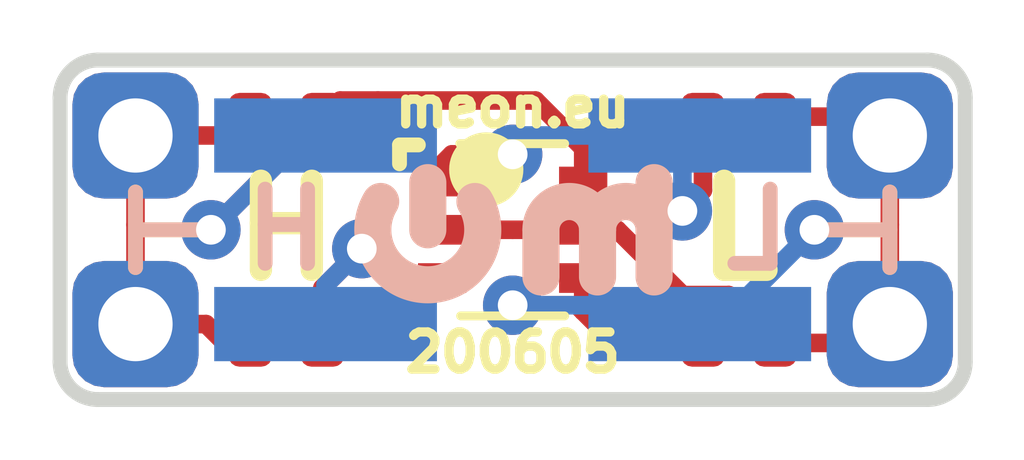
<source format=kicad_pcb>
(kicad_pcb (version 20171130) (host pcbnew 5.0.2+dfsg1-1)

  (general
    (thickness 1.6)
    (drawings 24)
    (tracks 64)
    (zones 0)
    (modules 9)
    (nets 7)
  )

  (page A4)
  (layers
    (0 F.Cu signal)
    (31 B.Cu signal)
    (32 B.Adhes user)
    (33 F.Adhes user)
    (34 B.Paste user)
    (35 F.Paste user)
    (36 B.SilkS user)
    (37 F.SilkS user)
    (38 B.Mask user)
    (39 F.Mask user)
    (40 Dwgs.User user)
    (41 Cmts.User user)
    (42 Eco1.User user)
    (43 Eco2.User user)
    (44 Edge.Cuts user)
    (45 Margin user)
    (46 B.CrtYd user)
    (47 F.CrtYd user)
    (48 B.Fab user)
    (49 F.Fab user)
  )

  (setup
    (last_trace_width 0.25)
    (trace_clearance 0.2)
    (zone_clearance 0.508)
    (zone_45_only no)
    (trace_min 0.2)
    (segment_width 0.2)
    (edge_width 0.2)
    (via_size 0.8)
    (via_drill 0.4)
    (via_min_size 0.4)
    (via_min_drill 0.3)
    (uvia_size 0.3)
    (uvia_drill 0.1)
    (uvias_allowed no)
    (uvia_min_size 0.2)
    (uvia_min_drill 0.1)
    (pcb_text_width 0.3)
    (pcb_text_size 1.5 1.5)
    (mod_edge_width 0.15)
    (mod_text_size 1 1)
    (mod_text_width 0.15)
    (pad_size 1.7 1.7)
    (pad_drill 1)
    (pad_to_mask_clearance 0.051)
    (solder_mask_min_width 0.25)
    (aux_axis_origin 0 0)
    (visible_elements FFFFFF7F)
    (pcbplotparams
      (layerselection 0x010fc_ffffffff)
      (usegerberextensions false)
      (usegerberattributes true)
      (usegerberadvancedattributes true)
      (creategerberjobfile false)
      (excludeedgelayer true)
      (linewidth 0.100000)
      (plotframeref false)
      (viasonmask false)
      (mode 1)
      (useauxorigin false)
      (hpglpennumber 1)
      (hpglpenspeed 20)
      (hpglpendiameter 15.000000)
      (psnegative false)
      (psa4output false)
      (plotreference true)
      (plotvalue true)
      (plotinvisibletext false)
      (padsonsilk false)
      (subtractmaskfromsilk false)
      (outputformat 1)
      (mirror false)
      (drillshape 0)
      (scaleselection 1)
      (outputdirectory "gerbers/"))
  )

  (net 0 "")
  (net 1 D1_H)
  (net 2 D2_H)
  (net 3 D2_L)
  (net 4 D1_L)
  (net 5 VIO_L)
  (net 6 VIO_H)

  (net_class Default "This is the default net class."
    (clearance 0.2)
    (trace_width 0.25)
    (via_dia 0.8)
    (via_drill 0.4)
    (uvia_dia 0.3)
    (uvia_drill 0.1)
    (add_net D1_H)
    (add_net D1_L)
    (add_net D2_H)
    (add_net D2_L)
    (add_net VIO_H)
    (add_net VIO_L)
  )

  (module Connector_PinSocket_2.54mm:PinSocket_2x02_P2.54mm_Vertical_SMD_no_lines (layer B.Cu) (tedit 5EBBA708) (tstamp 5EC8535E)
    (at 125.73 67.31 180)
    (descr "surface-mounted straight socket strip, 2x02, 2.54mm pitch, double cols (from Kicad 4.0.7), script generated")
    (tags "Surface mounted socket strip SMD 2x02 2.54mm double row")
    (path /5EBB154E)
    (attr smd)
    (fp_text reference J5 (at 0 4.04 180) (layer B.SilkS) hide
      (effects (font (size 1 1) (thickness 0.15)) (justify mirror))
    )
    (fp_text value pins (at 0 -4.04 180) (layer B.Fab) hide
      (effects (font (size 1 1) (thickness 0.15)) (justify mirror))
    )
    (fp_text user %R (at 0 0 90) (layer B.Fab)
      (effects (font (size 1 1) (thickness 0.15)) (justify mirror))
    )
    (fp_line (start -4.55 -3.05) (end -4.55 3.05) (layer B.CrtYd) (width 0.05))
    (fp_line (start 4.5 -3.05) (end -4.55 -3.05) (layer B.CrtYd) (width 0.05))
    (fp_line (start 4.5 3.05) (end 4.5 -3.05) (layer B.CrtYd) (width 0.05))
    (fp_line (start -4.55 3.05) (end 4.5 3.05) (layer B.CrtYd) (width 0.05))
    (fp_line (start 3.92 -1.59) (end 2.54 -1.59) (layer B.Fab) (width 0.1))
    (fp_line (start 3.92 -0.95) (end 3.92 -1.59) (layer B.Fab) (width 0.1))
    (fp_line (start 2.54 -0.95) (end 3.92 -0.95) (layer B.Fab) (width 0.1))
    (fp_line (start -3.92 -1.59) (end -3.92 -0.95) (layer B.Fab) (width 0.1))
    (fp_line (start -2.54 -1.59) (end -3.92 -1.59) (layer B.Fab) (width 0.1))
    (fp_line (start -3.92 -0.95) (end -2.54 -0.95) (layer B.Fab) (width 0.1))
    (fp_line (start 3.92 0.95) (end 2.54 0.95) (layer B.Fab) (width 0.1))
    (fp_line (start 3.92 1.59) (end 3.92 0.95) (layer B.Fab) (width 0.1))
    (fp_line (start 2.54 1.59) (end 3.92 1.59) (layer B.Fab) (width 0.1))
    (fp_line (start -3.92 0.95) (end -3.92 1.59) (layer B.Fab) (width 0.1))
    (fp_line (start -2.54 0.95) (end -3.92 0.95) (layer B.Fab) (width 0.1))
    (fp_line (start -3.92 1.59) (end -2.54 1.59) (layer B.Fab) (width 0.1))
    (fp_line (start -2.54 -2.54) (end -2.54 2.54) (layer B.Fab) (width 0.1))
    (fp_line (start 2.54 -2.54) (end -2.54 -2.54) (layer B.Fab) (width 0.1))
    (fp_line (start 2.54 1.54) (end 2.54 -2.54) (layer B.Fab) (width 0.1))
    (fp_line (start 1.54 2.54) (end 2.54 1.54) (layer B.Fab) (width 0.1))
    (fp_line (start -2.54 2.54) (end 1.54 2.54) (layer B.Fab) (width 0.1))
    (pad 4 smd rect (at -2.52 -1.27 180) (size 3 1) (layers B.Cu B.Paste B.Mask)
      (net 3 D2_L))
    (pad 3 smd rect (at 2.52 -1.27 180) (size 3 1) (layers B.Cu B.Paste B.Mask)
      (net 2 D2_H))
    (pad 2 smd rect (at -2.52 1.27 180) (size 3 1) (layers B.Cu B.Paste B.Mask)
      (net 4 D1_L))
    (pad 1 smd rect (at 2.52 1.27 180) (size 3 1) (layers B.Cu B.Paste B.Mask)
      (net 1 D1_H))
    (model ${KISYS3DMOD}/Connector_PinSocket_2.54mm.3dshapes/PinSocket_2x02_P2.54mm_Vertical_SMD.wrl
      (at (xyz 0 0 0))
      (scale (xyz 1 1 1))
      (rotate (xyz 0 0 0))
    )
  )

  (module "Resistor_SMD (GitHub):R_0402_1005Metric" (layer F.Cu) (tedit 5EBB0B5D) (tstamp 5EC853C6)
    (at 122.682 65.786)
    (descr "Resistor SMD 0402 (1005 Metric), square (rectangular) end terminal, IPC_7351 nominal, (Body size source: http://www.tortai-tech.com/upload/download/2011102023233369053.pdf), generated with kicad-footprint-generator")
    (tags resistor)
    (path /5EBB0DA9)
    (attr smd)
    (fp_text reference R12 (at 0 -1.17) (layer F.SilkS) hide
      (effects (font (size 1 1) (thickness 0.15)))
    )
    (fp_text value 10k (at 0 1.17) (layer F.Fab) hide
      (effects (font (size 1 1) (thickness 0.15)))
    )
    (fp_text user %R (at 0 0) (layer F.Fab)
      (effects (font (size 0.25 0.25) (thickness 0.04)))
    )
    (fp_line (start 0.93 0.47) (end -0.93 0.47) (layer F.CrtYd) (width 0.05))
    (fp_line (start 0.93 -0.47) (end 0.93 0.47) (layer F.CrtYd) (width 0.05))
    (fp_line (start -0.93 -0.47) (end 0.93 -0.47) (layer F.CrtYd) (width 0.05))
    (fp_line (start -0.93 0.47) (end -0.93 -0.47) (layer F.CrtYd) (width 0.05))
    (fp_line (start 0.5 0.25) (end -0.5 0.25) (layer F.Fab) (width 0.1))
    (fp_line (start 0.5 -0.25) (end 0.5 0.25) (layer F.Fab) (width 0.1))
    (fp_line (start -0.5 -0.25) (end 0.5 -0.25) (layer F.Fab) (width 0.1))
    (fp_line (start -0.5 0.25) (end -0.5 -0.25) (layer F.Fab) (width 0.1))
    (pad 2 smd roundrect (at 0.485 0) (size 0.59 0.64) (layers F.Cu F.Paste F.Mask) (roundrect_rratio 0.25)
      (net 1 D1_H))
    (pad 1 smd roundrect (at -0.485 0) (size 0.59 0.64) (layers F.Cu F.Paste F.Mask) (roundrect_rratio 0.25)
      (net 6 VIO_H))
    (model ${KISYS3DMOD}/Resistor_SMD.3dshapes/R_0402_1005Metric.wrl
      (at (xyz 0 0 0))
      (scale (xyz 1 1 1))
      (rotate (xyz 0 0 0))
    )
  )

  (module Connector_PinHeader_2.54mm:PinHeader_1x02_P2.54mm_Vertical_no_lines (layer F.Cu) (tedit 5EBBA652) (tstamp 5EC8536E)
    (at 130.81 66.04)
    (descr "Through hole straight pin header, 1x02, 2.54mm pitch, single row")
    (tags "Through hole pin header THT 1x02 2.54mm single row")
    (path /5EBB3EFA)
    (fp_text reference J11 (at 0 -2.33) (layer F.SilkS) hide
      (effects (font (size 1 1) (thickness 0.15)))
    )
    (fp_text value low (at 0 4.87) (layer F.Fab) hide
      (effects (font (size 1 1) (thickness 0.15)))
    )
    (fp_text user %R (at 0 1.27 -270) (layer F.Fab) hide
      (effects (font (size 1 1) (thickness 0.15)))
    )
    (fp_line (start 1.8 -1.8) (end -1.8 -1.8) (layer F.CrtYd) (width 0.05))
    (fp_line (start 1.8 4.35) (end 1.8 -1.8) (layer F.CrtYd) (width 0.05))
    (fp_line (start -1.8 4.35) (end 1.8 4.35) (layer F.CrtYd) (width 0.05))
    (fp_line (start -1.8 -1.8) (end -1.8 4.35) (layer F.CrtYd) (width 0.05))
    (fp_line (start -1.27 -0.635) (end -0.635 -1.27) (layer F.Fab) (width 0.1))
    (fp_line (start -1.27 3.81) (end -1.27 -0.635) (layer F.Fab) (width 0.1))
    (fp_line (start 1.27 3.81) (end -1.27 3.81) (layer F.Fab) (width 0.1))
    (fp_line (start 1.27 -1.27) (end 1.27 3.81) (layer F.Fab) (width 0.1))
    (fp_line (start -0.635 -1.27) (end 1.27 -1.27) (layer F.Fab) (width 0.1))
    (pad 2 thru_hole roundrect (at 0 2.54) (size 1.7 1.7) (drill 1) (layers *.Cu *.Mask) (roundrect_rratio 0.25)
      (net 5 VIO_L))
    (pad 1 thru_hole roundrect (at 0 0) (size 1.7 1.7) (drill 1) (layers *.Cu *.Mask) (roundrect_rratio 0.25)
      (net 5 VIO_L))
    (model ${KISYS3DMOD}/Connector_PinHeader_2.54mm.3dshapes/PinHeader_1x02_P2.54mm_Vertical.wrl
      (at (xyz 0 0 0))
      (scale (xyz 1 1 1))
      (rotate (xyz 0 0 0))
    )
  )

  (module Connector_PinHeader_2.54mm:PinHeader_1x02_P2.54mm_Vertical_no_lines (layer F.Cu) (tedit 5EBBA680) (tstamp 5EE1E9A6)
    (at 120.65 66.04)
    (descr "Through hole straight pin header, 1x02, 2.54mm pitch, single row")
    (tags "Through hole pin header THT 1x02 2.54mm single row")
    (path /5EBB35B3)
    (fp_text reference J12 (at 0 -2.33) (layer F.SilkS) hide
      (effects (font (size 1 1) (thickness 0.15)))
    )
    (fp_text value high (at 0 4.87) (layer F.Fab) hide
      (effects (font (size 1 1) (thickness 0.15)))
    )
    (fp_line (start -0.635 -1.27) (end 1.27 -1.27) (layer F.Fab) (width 0.1))
    (fp_line (start 1.27 -1.27) (end 1.27 3.81) (layer F.Fab) (width 0.1))
    (fp_line (start 1.27 3.81) (end -1.27 3.81) (layer F.Fab) (width 0.1))
    (fp_line (start -1.27 3.81) (end -1.27 -0.635) (layer F.Fab) (width 0.1))
    (fp_line (start -1.27 -0.635) (end -0.635 -1.27) (layer F.Fab) (width 0.1))
    (fp_line (start -1.8 -1.8) (end -1.8 4.35) (layer F.CrtYd) (width 0.05))
    (fp_line (start -1.8 4.35) (end 1.8 4.35) (layer F.CrtYd) (width 0.05))
    (fp_line (start 1.8 4.35) (end 1.8 -1.8) (layer F.CrtYd) (width 0.05))
    (fp_line (start 1.8 -1.8) (end -1.8 -1.8) (layer F.CrtYd) (width 0.05))
    (fp_text user %R (at 0 1.27 -270) (layer F.Fab) hide
      (effects (font (size 1 1) (thickness 0.15)))
    )
    (pad 1 thru_hole roundrect (at 0 0) (size 1.7 1.7) (drill 1) (layers *.Cu *.Mask) (roundrect_rratio 0.25)
      (net 6 VIO_H))
    (pad 2 thru_hole roundrect (at 0 2.54) (size 1.7 1.7) (drill 1) (layers *.Cu *.Mask) (roundrect_rratio 0.25)
      (net 6 VIO_H))
    (model ${KISYS3DMOD}/Connector_PinHeader_2.54mm.3dshapes/PinHeader_1x02_P2.54mm_Vertical.wrl
      (at (xyz 0 0 0))
      (scale (xyz 1 1 1))
      (rotate (xyz 0 0 0))
    )
  )

  (module "Package_TO_SOT_SMD (GitHub):SOT-363_SC-70-6_dot" (layer F.Cu) (tedit 5D77EFFF) (tstamp 5EC85A2B)
    (at 125.73 67.31)
    (descr "SOT-363, SC-70-6")
    (tags "SOT-363 SC-70-6")
    (path /5EBB6359)
    (attr smd)
    (fp_text reference Q1 (at 0 -2) (layer F.SilkS) hide
      (effects (font (size 1 1) (thickness 0.15)))
    )
    (fp_text value BSS138PS (at 1.905 -0.508 90) (layer F.SilkS) hide
      (effects (font (size 0.5 0.5) (thickness 0.125)))
    )
    (fp_text user %R (at 0 0 90) (layer F.Fab)
      (effects (font (size 0.5 0.5) (thickness 0.075)))
    )
    (fp_line (start 0.7 -1.16) (end -0.7112 -1.16) (layer F.SilkS) (width 0.12))
    (fp_line (start -0.7 1.16) (end 0.7 1.16) (layer F.SilkS) (width 0.12))
    (fp_line (start 1.6 1.4) (end 1.6 -1.4) (layer F.CrtYd) (width 0.05))
    (fp_line (start -1.6 -1.4) (end -1.6 1.4) (layer F.CrtYd) (width 0.05))
    (fp_line (start -1.6 -1.4) (end 1.6 -1.4) (layer F.CrtYd) (width 0.05))
    (fp_line (start 0.675 -1.1) (end -0.175 -1.1) (layer F.Fab) (width 0.1))
    (fp_line (start -0.675 -0.6) (end -0.675 1.1) (layer F.Fab) (width 0.1))
    (fp_line (start -1.6 1.4) (end 1.6 1.4) (layer F.CrtYd) (width 0.05))
    (fp_line (start 0.675 -1.1) (end 0.675 1.1) (layer F.Fab) (width 0.1))
    (fp_line (start 0.675 1.1) (end -0.675 1.1) (layer F.Fab) (width 0.1))
    (fp_line (start -0.175 -1.1) (end -0.675 -0.6) (layer F.Fab) (width 0.1))
    (fp_circle (center -0.3556 -0.8128) (end -0.3556 -0.8128) (layer F.SilkS) (width 0.5))
    (pad 1 smd rect (at -0.95 -0.65) (size 0.65 0.4) (layers F.Cu F.Paste F.Mask)
      (net 4 D1_L))
    (pad 3 smd rect (at -0.95 0.65) (size 0.65 0.4) (layers F.Cu F.Paste F.Mask)
      (net 2 D2_H))
    (pad 5 smd rect (at 0.95 0) (size 0.65 0.4) (layers F.Cu F.Paste F.Mask)
      (net 5 VIO_L))
    (pad 2 smd rect (at -0.95 0) (size 0.65 0.4) (layers F.Cu F.Paste F.Mask)
      (net 5 VIO_L))
    (pad 4 smd rect (at 0.95 0.65) (size 0.65 0.4) (layers F.Cu F.Paste F.Mask)
      (net 3 D2_L))
    (pad 6 smd rect (at 0.95 -0.65) (size 0.65 0.4) (layers F.Cu F.Paste F.Mask)
      (net 1 D1_H))
    (model ${KISYS3DMOD}/Package_TO_SOT_SMD.3dshapes/SOT-363_SC-70-6.wrl
      (at (xyz 0 0 0))
      (scale (xyz 1 1 1))
      (rotate (xyz 0 0 0))
    )
  )

  (module "Resistor_SMD (GitHub):R_0402_1005Metric" (layer F.Cu) (tedit 5EBB0B70) (tstamp 5EE1E82F)
    (at 128.778 65.786 180)
    (descr "Resistor SMD 0402 (1005 Metric), square (rectangular) end terminal, IPC_7351 nominal, (Body size source: http://www.tortai-tech.com/upload/download/2011102023233369053.pdf), generated with kicad-footprint-generator")
    (tags resistor)
    (path /5EBB0DDF)
    (attr smd)
    (fp_text reference R11 (at 0 -1.17 180) (layer F.SilkS) hide
      (effects (font (size 1 1) (thickness 0.15)))
    )
    (fp_text value 10k (at 0 1.17 180) (layer F.Fab) hide
      (effects (font (size 1 1) (thickness 0.15)))
    )
    (fp_line (start -0.5 0.25) (end -0.5 -0.25) (layer F.Fab) (width 0.1))
    (fp_line (start -0.5 -0.25) (end 0.5 -0.25) (layer F.Fab) (width 0.1))
    (fp_line (start 0.5 -0.25) (end 0.5 0.25) (layer F.Fab) (width 0.1))
    (fp_line (start 0.5 0.25) (end -0.5 0.25) (layer F.Fab) (width 0.1))
    (fp_line (start -0.93 0.47) (end -0.93 -0.47) (layer F.CrtYd) (width 0.05))
    (fp_line (start -0.93 -0.47) (end 0.93 -0.47) (layer F.CrtYd) (width 0.05))
    (fp_line (start 0.93 -0.47) (end 0.93 0.47) (layer F.CrtYd) (width 0.05))
    (fp_line (start 0.93 0.47) (end -0.93 0.47) (layer F.CrtYd) (width 0.05))
    (fp_text user %R (at 0 0 180) (layer F.Fab)
      (effects (font (size 0.25 0.25) (thickness 0.04)))
    )
    (pad 1 smd roundrect (at -0.485 0 180) (size 0.59 0.64) (layers F.Cu F.Paste F.Mask) (roundrect_rratio 0.25)
      (net 5 VIO_L))
    (pad 2 smd roundrect (at 0.485 0 180) (size 0.59 0.64) (layers F.Cu F.Paste F.Mask) (roundrect_rratio 0.25)
      (net 4 D1_L))
    (model ${KISYS3DMOD}/Resistor_SMD.3dshapes/R_0402_1005Metric.wrl
      (at (xyz 0 0 0))
      (scale (xyz 1 1 1))
      (rotate (xyz 0 0 0))
    )
  )

  (module "Resistor_SMD (GitHub):R_0402_1005Metric" (layer F.Cu) (tedit 5EBB0B73) (tstamp 5EE1E6BE)
    (at 128.778 68.834 180)
    (descr "Resistor SMD 0402 (1005 Metric), square (rectangular) end terminal, IPC_7351 nominal, (Body size source: http://www.tortai-tech.com/upload/download/2011102023233369053.pdf), generated with kicad-footprint-generator")
    (tags resistor)
    (path /5EBB120B)
    (attr smd)
    (fp_text reference R21 (at 0 -1.17 180) (layer F.SilkS) hide
      (effects (font (size 1 1) (thickness 0.15)))
    )
    (fp_text value 10k (at 0 1.17 180) (layer F.Fab) hide
      (effects (font (size 1 1) (thickness 0.15)))
    )
    (fp_line (start -0.5 0.25) (end -0.5 -0.25) (layer F.Fab) (width 0.1))
    (fp_line (start -0.5 -0.25) (end 0.5 -0.25) (layer F.Fab) (width 0.1))
    (fp_line (start 0.5 -0.25) (end 0.5 0.25) (layer F.Fab) (width 0.1))
    (fp_line (start 0.5 0.25) (end -0.5 0.25) (layer F.Fab) (width 0.1))
    (fp_line (start -0.93 0.47) (end -0.93 -0.47) (layer F.CrtYd) (width 0.05))
    (fp_line (start -0.93 -0.47) (end 0.93 -0.47) (layer F.CrtYd) (width 0.05))
    (fp_line (start 0.93 -0.47) (end 0.93 0.47) (layer F.CrtYd) (width 0.05))
    (fp_line (start 0.93 0.47) (end -0.93 0.47) (layer F.CrtYd) (width 0.05))
    (fp_text user %R (at 0 0 180) (layer F.Fab)
      (effects (font (size 0.25 0.25) (thickness 0.04)))
    )
    (pad 1 smd roundrect (at -0.485 0 180) (size 0.59 0.64) (layers F.Cu F.Paste F.Mask) (roundrect_rratio 0.25)
      (net 5 VIO_L))
    (pad 2 smd roundrect (at 0.485 0 180) (size 0.59 0.64) (layers F.Cu F.Paste F.Mask) (roundrect_rratio 0.25)
      (net 3 D2_L))
    (model ${KISYS3DMOD}/Resistor_SMD.3dshapes/R_0402_1005Metric.wrl
      (at (xyz 0 0 0))
      (scale (xyz 1 1 1))
      (rotate (xyz 0 0 0))
    )
  )

  (module "Resistor_SMD (GitHub):R_0402_1005Metric" (layer F.Cu) (tedit 5EBB0B62) (tstamp 5EE1E6CC)
    (at 122.682 68.834)
    (descr "Resistor SMD 0402 (1005 Metric), square (rectangular) end terminal, IPC_7351 nominal, (Body size source: http://www.tortai-tech.com/upload/download/2011102023233369053.pdf), generated with kicad-footprint-generator")
    (tags resistor)
    (path /5EBB1205)
    (attr smd)
    (fp_text reference R22 (at 0 -1.17) (layer F.SilkS) hide
      (effects (font (size 1 1) (thickness 0.15)))
    )
    (fp_text value 10k (at 0 1.17) (layer F.Fab) hide
      (effects (font (size 1 1) (thickness 0.15)))
    )
    (fp_text user %R (at 0 0) (layer F.Fab)
      (effects (font (size 0.25 0.25) (thickness 0.04)))
    )
    (fp_line (start 0.93 0.47) (end -0.93 0.47) (layer F.CrtYd) (width 0.05))
    (fp_line (start 0.93 -0.47) (end 0.93 0.47) (layer F.CrtYd) (width 0.05))
    (fp_line (start -0.93 -0.47) (end 0.93 -0.47) (layer F.CrtYd) (width 0.05))
    (fp_line (start -0.93 0.47) (end -0.93 -0.47) (layer F.CrtYd) (width 0.05))
    (fp_line (start 0.5 0.25) (end -0.5 0.25) (layer F.Fab) (width 0.1))
    (fp_line (start 0.5 -0.25) (end 0.5 0.25) (layer F.Fab) (width 0.1))
    (fp_line (start -0.5 -0.25) (end 0.5 -0.25) (layer F.Fab) (width 0.1))
    (fp_line (start -0.5 0.25) (end -0.5 -0.25) (layer F.Fab) (width 0.1))
    (pad 2 smd roundrect (at 0.485 0) (size 0.59 0.64) (layers F.Cu F.Paste F.Mask) (roundrect_rratio 0.25)
      (net 2 D2_H))
    (pad 1 smd roundrect (at -0.485 0) (size 0.59 0.64) (layers F.Cu F.Paste F.Mask) (roundrect_rratio 0.25)
      (net 6 VIO_H))
    (model ${KISYS3DMOD}/Resistor_SMD.3dshapes/R_0402_1005Metric.wrl
      (at (xyz 0 0 0))
      (scale (xyz 1 1 1))
      (rotate (xyz 0 0 0))
    )
  )

  (module meon:mo-logo-small-on-side (layer B.Cu) (tedit 5EB99B1A) (tstamp 5EE1F466)
    (at 125.73 67.31 180)
    (fp_text reference REF** (at 0 -2.286 180) (layer B.SilkS) hide
      (effects (font (size 1 1) (thickness 0.15)) (justify mirror))
    )
    (fp_text value mo-logo-small-on-side (at 0 2.159 180) (layer B.Fab) hide
      (effects (font (size 1 1) (thickness 0.15)) (justify mirror))
    )
    (fp_line (start -1.905 -0.635) (end -1.905 0.635) (layer B.SilkS) (width 0.5))
    (fp_line (start -1.143 0) (end -1.143 -0.635) (layer B.SilkS) (width 0.5))
    (fp_line (start -0.381 0) (end -0.381 -0.635) (layer B.SilkS) (width 0.5))
    (fp_arc (start -1.524 0) (end -1.143 0) (angle 180) (layer B.SilkS) (width 0.5))
    (fp_arc (start 1.143 0) (end 0.508 0.381) (angle 241.9275131) (layer B.SilkS) (width 0.5))
    (fp_arc (start -0.762 0) (end -0.381 0) (angle 180) (layer B.SilkS) (width 0.5))
    (fp_line (start 1.143 0.635) (end 1.143 0) (layer B.SilkS) (width 0.5))
  )

  (gr_text L (at 129.032 67.31) (layer B.SilkS) (tstamp 5EDA3EAB)
    (effects (font (size 1 1) (thickness 0.2)) (justify mirror))
  )
  (gr_text H (at 122.682 67.31) (layer B.SilkS) (tstamp 5EDA3E7A)
    (effects (font (size 1 1) (thickness 0.2)) (justify mirror))
  )
  (gr_line (start 129.794 67.31) (end 130.81 67.31) (layer F.SilkS) (width 0.2))
  (gr_line (start 120.65 67.31) (end 121.666 67.31) (layer F.SilkS) (width 0.2))
  (gr_line (start 129.794 67.31) (end 130.81 67.31) (layer B.SilkS) (width 0.2))
  (gr_line (start 120.65 67.31) (end 121.666 67.31) (layer B.SilkS) (width 0.2))
  (gr_line (start 120.65 66.802) (end 120.65 67.818) (layer B.SilkS) (width 0.2))
  (gr_line (start 130.81 66.802) (end 130.81 67.818) (layer B.SilkS) (width 0.2))
  (gr_line (start 130.81 66.802) (end 130.81 67.818) (layer F.SilkS) (width 0.2))
  (gr_line (start 120.65 66.802) (end 120.65 67.818) (layer F.SilkS) (width 0.2))
  (gr_text L (at 128.778 67.31) (layer F.SilkS) (tstamp 5EE205E1)
    (effects (font (size 1.2 1.2) (thickness 0.3)))
  )
  (gr_text H (at 122.682 67.31) (layer F.SilkS) (tstamp 5EE2057D)
    (effects (font (size 1.2 1.2) (thickness 0.3)))
  )
  (gr_arc (start 120.142 65.532) (end 120.142 65.024) (angle -90) (layer Edge.Cuts) (width 0.2) (tstamp 5EE1F36B))
  (gr_arc (start 120.142 69.088) (end 119.634 69.088) (angle -90) (layer Edge.Cuts) (width 0.2) (tstamp 5EE1F361))
  (gr_arc (start 131.318 69.088) (end 131.318 69.596) (angle -90) (layer Edge.Cuts) (width 0.2) (tstamp 5EE1F30A))
  (gr_arc (start 131.318 65.532) (end 131.826 65.532) (angle -90) (layer Edge.Cuts) (width 0.2))
  (gr_line (start 124.206 66.167) (end 124.206 66.421) (layer F.SilkS) (width 0.2))
  (gr_line (start 124.46 66.167) (end 124.206 66.167) (layer F.SilkS) (width 0.2))
  (gr_text meon.eu (at 125.73 65.659) (layer F.SilkS) (tstamp 5ED52B06)
    (effects (font (size 0.5 0.5) (thickness 0.125)))
  )
  (gr_text 200605 (at 125.73 68.961) (layer F.SilkS)
    (effects (font (size 0.5 0.5) (thickness 0.125)))
  )
  (gr_line (start 131.826 69.088) (end 131.826 65.532) (layer Edge.Cuts) (width 0.2))
  (gr_line (start 120.142 69.596) (end 131.318 69.596) (layer Edge.Cuts) (width 0.2))
  (gr_line (start 119.634 65.532) (end 119.634 69.088) (layer Edge.Cuts) (width 0.2))
  (gr_line (start 131.318 65.024) (end 120.142 65.024) (layer Edge.Cuts) (width 0.2))

  (via (at 121.666 67.31) (size 0.8) (drill 0.4) (layers F.Cu B.Cu) (net 1) (tstamp 5EDA4459))
  (segment (start 126.68 66.66) (end 126.68 66.21) (width 0.25) (layer F.Cu) (net 1))
  (segment (start 126.038999 65.568999) (end 126.68 66.21) (width 0.25) (layer F.Cu) (net 1))
  (segment (start 126.038999 65.568999) (end 123.915001 65.568999) (width 0.25) (layer F.Cu) (net 1))
  (segment (start 122.936 66.04) (end 121.666 67.31) (width 0.25) (layer B.Cu) (net 1))
  (segment (start 123.21 66.04) (end 122.936 66.04) (width 0.25) (layer B.Cu) (net 1))
  (segment (start 123.915001 65.568999) (end 123.407001 65.568999) (width 0.25) (layer F.Cu) (net 1))
  (segment (start 123.407001 65.568999) (end 123.19 65.786) (width 0.25) (layer F.Cu) (net 1))
  (segment (start 123.167 65.809) (end 121.666 67.31) (width 0.25) (layer F.Cu) (net 1))
  (segment (start 123.167 65.786) (end 123.167 65.809) (width 0.25) (layer F.Cu) (net 1))
  (via (at 123.698 67.564) (size 0.8) (drill 0.4) (layers F.Cu B.Cu) (net 2))
  (segment (start 123.298001 68.471999) (end 123.19 68.58) (width 0.25) (layer B.Cu) (net 2))
  (segment (start 123.167 68.095) (end 123.698 67.564) (width 0.25) (layer F.Cu) (net 2))
  (segment (start 123.167 68.834) (end 123.167 68.095) (width 0.25) (layer F.Cu) (net 2))
  (segment (start 123.698 67.564) (end 124.206 68.072) (width 0.25) (layer F.Cu) (net 2))
  (segment (start 124.206 68.072) (end 124.714 68.072) (width 0.25) (layer F.Cu) (net 2))
  (segment (start 123.21 68.052) (end 123.698 67.564) (width 0.25) (layer B.Cu) (net 2))
  (segment (start 123.21 68.58) (end 123.21 68.052) (width 0.25) (layer B.Cu) (net 2))
  (via (at 129.794 67.31) (size 0.8) (drill 0.4) (layers F.Cu B.Cu) (net 3))
  (segment (start 128.25 68.58) (end 128.25 68.473) (width 0.25) (layer B.Cu) (net 3))
  (segment (start 128.27 68.453) (end 128.27 68.58) (width 0.25) (layer B.Cu) (net 3))
  (segment (start 128.524 68.58) (end 129.794 67.31) (width 0.25) (layer B.Cu) (net 3))
  (segment (start 128.25 68.58) (end 128.524 68.58) (width 0.25) (layer B.Cu) (net 3))
  (segment (start 126.68 68.41) (end 127.104 68.834) (width 0.25) (layer F.Cu) (net 3))
  (segment (start 126.68 67.96) (end 126.68 68.41) (width 0.25) (layer F.Cu) (net 3))
  (segment (start 127.104 68.834) (end 128.27 68.834) (width 0.25) (layer F.Cu) (net 3))
  (via (at 125.73 68.326) (size 0.8) (drill 0.4) (layers F.Cu B.Cu) (net 3) (tstamp 5EDA6A5D))
  (segment (start 126.596 68.326) (end 125.73 68.326) (width 0.25) (layer F.Cu) (net 3))
  (segment (start 126.68 68.41) (end 126.596 68.326) (width 0.25) (layer F.Cu) (net 3))
  (segment (start 125.73 68.326) (end 128.016 68.326) (width 0.25) (layer B.Cu) (net 3))
  (segment (start 128.016 68.326) (end 128.27 68.58) (width 0.25) (layer B.Cu) (net 3))
  (via (at 125.73 66.294) (size 0.8) (drill 0.4) (layers F.Cu B.Cu) (net 4))
  (segment (start 124.910315 66.294) (end 124.714 66.490315) (width 0.25) (layer F.Cu) (net 4))
  (segment (start 124.714 66.490315) (end 124.714 66.548) (width 0.25) (layer F.Cu) (net 4))
  (segment (start 125.73 66.04) (end 125.476 66.294) (width 0.25) (layer B.Cu) (net 4))
  (segment (start 128.25 66.04) (end 127.508 66.04) (width 0.25) (layer B.Cu) (net 4))
  (segment (start 127.508 66.04) (end 125.73 66.04) (width 0.25) (layer B.Cu) (net 4) (tstamp 5EE1ED25))
  (via (at 128.016 67.056) (size 0.8) (drill 0.4) (layers F.Cu B.Cu) (net 4) (tstamp 5EDA428A))
  (segment (start 124.910315 66.294) (end 125.73 66.294) (width 0.25) (layer F.Cu) (net 4))
  (segment (start 128.143 66.167) (end 128.27 66.04) (width 0.25) (layer B.Cu) (net 4))
  (segment (start 128.016 66.294) (end 128.27 66.04) (width 0.25) (layer B.Cu) (net 4))
  (segment (start 128.016 67.056) (end 128.016 66.294) (width 0.25) (layer B.Cu) (net 4))
  (segment (start 128.293 66.779) (end 128.016 67.056) (width 0.25) (layer F.Cu) (net 4))
  (segment (start 128.293 65.786) (end 128.293 66.779) (width 0.25) (layer F.Cu) (net 4))
  (segment (start 124.78 67.31) (end 125.73 67.31) (width 0.25) (layer F.Cu) (net 5))
  (segment (start 130.81 66.04) (end 130.81 67.242081) (width 0.25) (layer F.Cu) (net 5))
  (segment (start 130.81 67.242081) (end 130.81 68.58) (width 0.25) (layer F.Cu) (net 5))
  (segment (start 129.263 65.786) (end 130.556 65.786) (width 0.25) (layer F.Cu) (net 5))
  (segment (start 130.556 65.786) (end 130.81 66.04) (width 0.25) (layer F.Cu) (net 5))
  (segment (start 125.73 67.31) (end 126.619 67.31) (width 0.25) (layer F.Cu) (net 5) (tstamp 5EDA4244))
  (segment (start 128.018992 68.18899) (end 128.64099 68.18899) (width 0.25) (layer F.Cu) (net 5))
  (segment (start 126.68 67.31) (end 127.140002 67.31) (width 0.25) (layer F.Cu) (net 5))
  (segment (start 127.140002 67.31) (end 128.018992 68.18899) (width 0.25) (layer F.Cu) (net 5))
  (segment (start 128.64099 68.18899) (end 129.286 68.834) (width 0.25) (layer F.Cu) (net 5))
  (segment (start 129.263 68.834) (end 130.556 68.834) (width 0.25) (layer F.Cu) (net 5))
  (segment (start 130.556 68.834) (end 130.81 68.58) (width 0.25) (layer F.Cu) (net 5))
  (segment (start 120.65 66.04) (end 120.65 67.242081) (width 0.25) (layer F.Cu) (net 6))
  (segment (start 120.65 67.242081) (end 120.65 68.58) (width 0.25) (layer F.Cu) (net 6))
  (segment (start 120.904 66.294) (end 120.65 66.04) (width 0.25) (layer F.Cu) (net 6))
  (segment (start 120.65 66.04) (end 121.92 66.04) (width 0.25) (layer F.Cu) (net 6))
  (segment (start 121.92 66.04) (end 122.174 65.786) (width 0.25) (layer F.Cu) (net 6))
  (segment (start 121.6 68.58) (end 121.854 68.834) (width 0.25) (layer F.Cu) (net 6))
  (segment (start 120.65 68.58) (end 121.6 68.58) (width 0.25) (layer F.Cu) (net 6))
  (segment (start 121.854 68.834) (end 122.174 68.834) (width 0.25) (layer F.Cu) (net 6))

)

</source>
